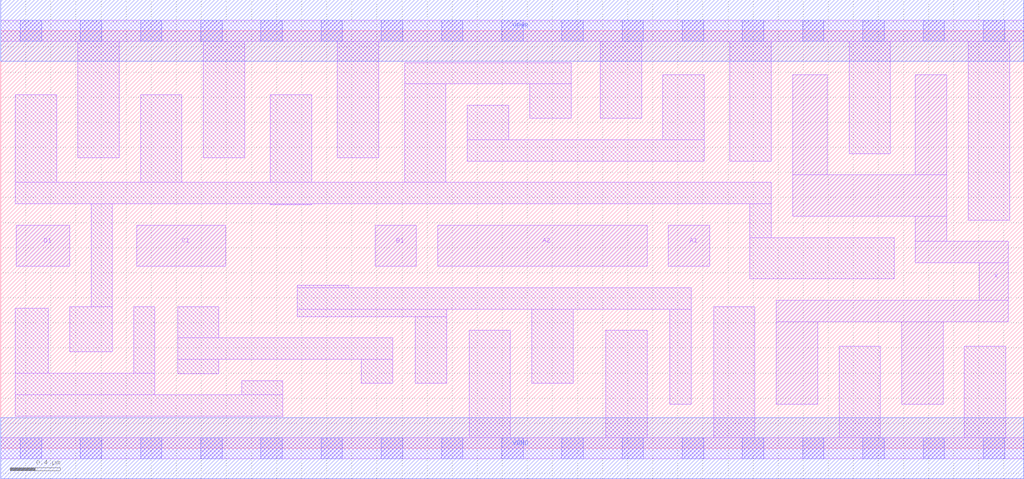
<source format=lef>
# Copyright 2020 The SkyWater PDK Authors
#
# Licensed under the Apache License, Version 2.0 (the "License");
# you may not use this file except in compliance with the License.
# You may obtain a copy of the License at
#
#     https://www.apache.org/licenses/LICENSE-2.0
#
# Unless required by applicable law or agreed to in writing, software
# distributed under the License is distributed on an "AS IS" BASIS,
# WITHOUT WARRANTIES OR CONDITIONS OF ANY KIND, either express or implied.
# See the License for the specific language governing permissions and
# limitations under the License.
#
# SPDX-License-Identifier: Apache-2.0

VERSION 5.5 ;
NAMESCASESENSITIVE ON ;
BUSBITCHARS "[]" ;
DIVIDERCHAR "/" ;
MACRO sky130_fd_sc_ls__o2111a_4
  CLASS CORE ;
  SOURCE USER ;
  ORIGIN  0.000000  0.000000 ;
  SIZE  8.160000 BY  3.330000 ;
  SYMMETRY X Y ;
  SITE unit ;
  PIN A1
    ANTENNAGATEAREA  0.522000 ;
    DIRECTION INPUT ;
    USE SIGNAL ;
    PORT
      LAYER li1 ;
        RECT 5.325000 1.450000 5.655000 1.780000 ;
    END
  END A1
  PIN A2
    ANTENNAGATEAREA  0.522000 ;
    DIRECTION INPUT ;
    USE SIGNAL ;
    PORT
      LAYER li1 ;
        RECT 3.485000 1.450000 5.155000 1.780000 ;
    END
  END A2
  PIN B1
    ANTENNAGATEAREA  0.474000 ;
    DIRECTION INPUT ;
    USE SIGNAL ;
    PORT
      LAYER li1 ;
        RECT 2.985000 1.450000 3.315000 1.780000 ;
    END
  END B1
  PIN C1
    ANTENNAGATEAREA  0.474000 ;
    DIRECTION INPUT ;
    USE SIGNAL ;
    PORT
      LAYER li1 ;
        RECT 1.085000 1.450000 1.795000 1.780000 ;
    END
  END C1
  PIN D1
    ANTENNAGATEAREA  0.474000 ;
    DIRECTION INPUT ;
    USE SIGNAL ;
    PORT
      LAYER li1 ;
        RECT 0.125000 1.450000 0.550000 1.780000 ;
    END
  END D1
  PIN X
    ANTENNADIFFAREA  1.142400 ;
    DIRECTION OUTPUT ;
    USE SIGNAL ;
    PORT
      LAYER li1 ;
        RECT 6.185000 0.350000 6.515000 1.010000 ;
        RECT 6.185000 1.010000 8.035000 1.180000 ;
        RECT 6.315000 1.850000 7.545000 2.180000 ;
        RECT 6.315000 2.180000 6.590000 2.980000 ;
        RECT 7.185000 0.350000 7.515000 1.010000 ;
        RECT 7.295000 1.480000 8.035000 1.650000 ;
        RECT 7.295000 1.650000 7.545000 1.850000 ;
        RECT 7.295000 2.180000 7.545000 2.980000 ;
        RECT 7.805000 1.180000 8.035000 1.480000 ;
    END
  END X
  PIN VGND
    DIRECTION INOUT ;
    SHAPE ABUTMENT ;
    USE GROUND ;
    PORT
      LAYER met1 ;
        RECT 0.000000 -0.245000 8.160000 0.245000 ;
    END
  END VGND
  PIN VPWR
    DIRECTION INOUT ;
    SHAPE ABUTMENT ;
    USE POWER ;
    PORT
      LAYER met1 ;
        RECT 0.000000 3.085000 8.160000 3.575000 ;
    END
  END VPWR
  OBS
    LAYER li1 ;
      RECT 0.000000 -0.085000 8.160000 0.085000 ;
      RECT 0.000000  3.245000 8.160000 3.415000 ;
      RECT 0.115000  0.255000 2.250000 0.425000 ;
      RECT 0.115000  0.425000 1.230000 0.600000 ;
      RECT 0.115000  0.600000 0.380000 1.115000 ;
      RECT 0.115000  1.950000 6.145000 2.120000 ;
      RECT 0.115000  2.120000 0.445000 2.820000 ;
      RECT 0.550000  0.770000 0.890000 1.130000 ;
      RECT 0.615000  2.315000 0.945000 3.245000 ;
      RECT 0.720000  1.130000 0.890000 1.950000 ;
      RECT 1.060000  0.600000 1.230000 1.130000 ;
      RECT 1.115000  2.120000 1.445000 2.820000 ;
      RECT 1.410000  0.595000 1.740000 0.710000 ;
      RECT 1.410000  0.710000 3.125000 0.880000 ;
      RECT 1.410000  0.880000 1.740000 1.130000 ;
      RECT 1.615000  2.315000 1.945000 3.245000 ;
      RECT 1.920000  0.425000 2.250000 0.540000 ;
      RECT 2.150000  1.940000 2.480000 1.950000 ;
      RECT 2.150000  2.120000 2.480000 2.820000 ;
      RECT 2.365000  1.050000 3.555000 1.110000 ;
      RECT 2.365000  1.110000 5.505000 1.280000 ;
      RECT 2.365000  1.280000 2.775000 1.300000 ;
      RECT 2.685000  2.315000 3.015000 3.245000 ;
      RECT 2.875000  0.520000 3.125000 0.710000 ;
      RECT 3.220000  2.120000 3.550000 2.905000 ;
      RECT 3.220000  2.905000 4.550000 3.075000 ;
      RECT 3.305000  0.520000 3.555000 1.050000 ;
      RECT 3.720000  2.290000 5.610000 2.460000 ;
      RECT 3.720000  2.460000 4.050000 2.735000 ;
      RECT 3.735000  0.085000 4.065000 0.940000 ;
      RECT 4.220000  2.630000 4.550000 2.905000 ;
      RECT 4.235000  0.520000 4.565000 1.110000 ;
      RECT 4.780000  2.630000 5.110000 3.245000 ;
      RECT 4.825000  0.085000 5.155000 0.940000 ;
      RECT 5.280000  2.460000 5.610000 2.980000 ;
      RECT 5.335000  0.350000 5.505000 1.110000 ;
      RECT 5.685000  0.085000 6.015000 1.130000 ;
      RECT 5.815000  2.290000 6.145000 3.245000 ;
      RECT 5.975000  1.350000 7.125000 1.680000 ;
      RECT 5.975000  1.680000 6.145000 1.950000 ;
      RECT 6.685000  0.085000 7.015000 0.815000 ;
      RECT 6.765000  2.350000 7.095000 3.245000 ;
      RECT 7.685000  0.085000 8.015000 0.815000 ;
      RECT 7.715000  1.820000 8.045000 3.245000 ;
    LAYER mcon ;
      RECT 0.155000 -0.085000 0.325000 0.085000 ;
      RECT 0.155000  3.245000 0.325000 3.415000 ;
      RECT 0.635000 -0.085000 0.805000 0.085000 ;
      RECT 0.635000  3.245000 0.805000 3.415000 ;
      RECT 1.115000 -0.085000 1.285000 0.085000 ;
      RECT 1.115000  3.245000 1.285000 3.415000 ;
      RECT 1.595000 -0.085000 1.765000 0.085000 ;
      RECT 1.595000  3.245000 1.765000 3.415000 ;
      RECT 2.075000 -0.085000 2.245000 0.085000 ;
      RECT 2.075000  3.245000 2.245000 3.415000 ;
      RECT 2.555000 -0.085000 2.725000 0.085000 ;
      RECT 2.555000  3.245000 2.725000 3.415000 ;
      RECT 3.035000 -0.085000 3.205000 0.085000 ;
      RECT 3.035000  3.245000 3.205000 3.415000 ;
      RECT 3.515000 -0.085000 3.685000 0.085000 ;
      RECT 3.515000  3.245000 3.685000 3.415000 ;
      RECT 3.995000 -0.085000 4.165000 0.085000 ;
      RECT 3.995000  3.245000 4.165000 3.415000 ;
      RECT 4.475000 -0.085000 4.645000 0.085000 ;
      RECT 4.475000  3.245000 4.645000 3.415000 ;
      RECT 4.955000 -0.085000 5.125000 0.085000 ;
      RECT 4.955000  3.245000 5.125000 3.415000 ;
      RECT 5.435000 -0.085000 5.605000 0.085000 ;
      RECT 5.435000  3.245000 5.605000 3.415000 ;
      RECT 5.915000 -0.085000 6.085000 0.085000 ;
      RECT 5.915000  3.245000 6.085000 3.415000 ;
      RECT 6.395000 -0.085000 6.565000 0.085000 ;
      RECT 6.395000  3.245000 6.565000 3.415000 ;
      RECT 6.875000 -0.085000 7.045000 0.085000 ;
      RECT 6.875000  3.245000 7.045000 3.415000 ;
      RECT 7.355000 -0.085000 7.525000 0.085000 ;
      RECT 7.355000  3.245000 7.525000 3.415000 ;
      RECT 7.835000 -0.085000 8.005000 0.085000 ;
      RECT 7.835000  3.245000 8.005000 3.415000 ;
  END
END sky130_fd_sc_ls__o2111a_4
END LIBRARY

</source>
